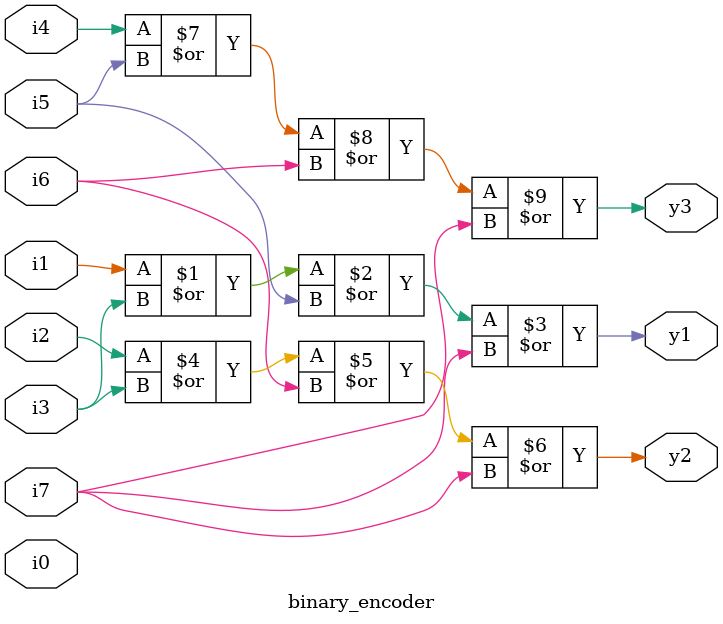
<source format=v>
module binary_encoder (i0,i1,i2,i3,i4,i5,i6,i7,y1,y2,y3);

   input i0,i1,i2,i3,i4,i5,i6,i7;
   output y1,y2,y3;

   assign y1=i1|i3|i5|i7;
   assign y2=i2|i3|i6|i7;
   assign y3=i4|i5|i6|i7;

endmodule

</source>
